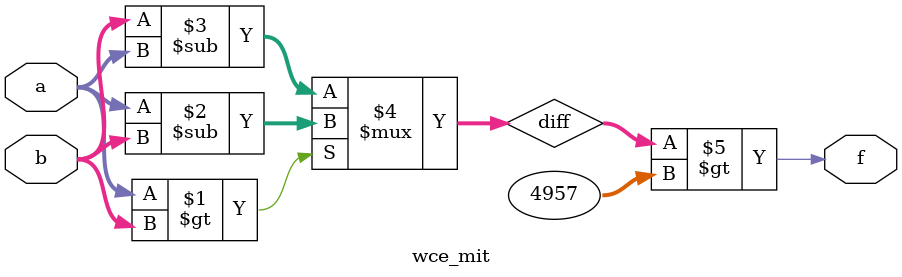
<source format=v>
module wce_mit(a, b, f);
parameter _bit = 16;
parameter wce = 4957;
input [_bit - 1: 0] a;
input [_bit - 1: 0] b;
output f;
wire [_bit - 1: 0] diff;
assign diff = (a > b)? (a - b): (b - a);
assign f = (diff > wce);
endmodule

</source>
